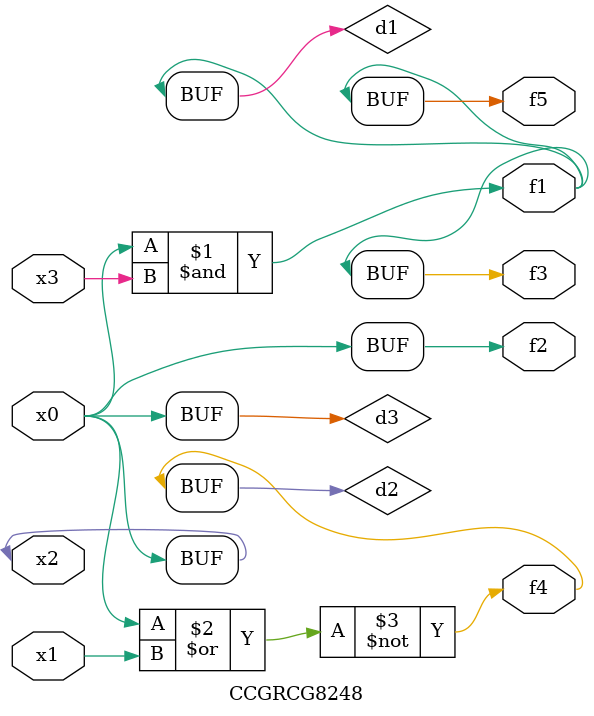
<source format=v>
module CCGRCG8248(
	input x0, x1, x2, x3,
	output f1, f2, f3, f4, f5
);

	wire d1, d2, d3;

	and (d1, x2, x3);
	nor (d2, x0, x1);
	buf (d3, x0, x2);
	assign f1 = d1;
	assign f2 = d3;
	assign f3 = d1;
	assign f4 = d2;
	assign f5 = d1;
endmodule

</source>
